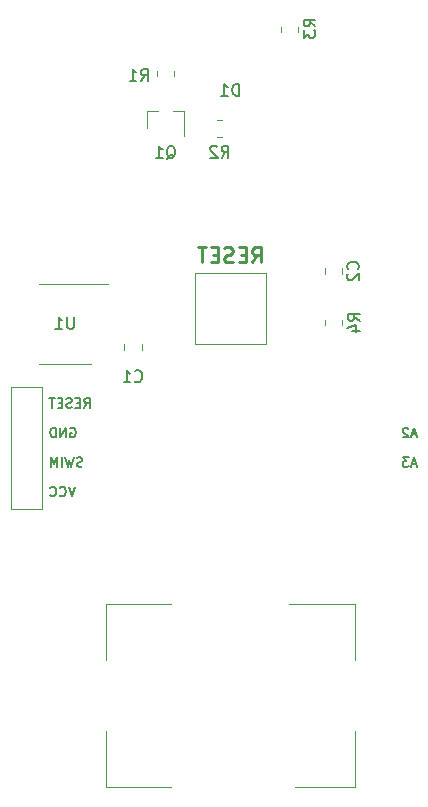
<source format=gbr>
G04 #@! TF.GenerationSoftware,KiCad,Pcbnew,(5.1.9)-1*
G04 #@! TF.CreationDate,2021-05-10T16:50:12-05:00*
G04 #@! TF.ProjectId,mini-remote,6d696e69-2d72-4656-9d6f-74652e6b6963,1*
G04 #@! TF.SameCoordinates,Original*
G04 #@! TF.FileFunction,Legend,Bot*
G04 #@! TF.FilePolarity,Positive*
%FSLAX46Y46*%
G04 Gerber Fmt 4.6, Leading zero omitted, Abs format (unit mm)*
G04 Created by KiCad (PCBNEW (5.1.9)-1) date 2021-05-10 16:50:12*
%MOMM*%
%LPD*%
G01*
G04 APERTURE LIST*
%ADD10C,0.152400*%
%ADD11C,0.254000*%
%ADD12C,0.100000*%
%ADD13C,0.120000*%
%ADD14C,0.150000*%
%ADD15R,2.100000X1.400000*%
%ADD16C,2.200000*%
%ADD17O,1.700000X1.700000*%
%ADD18C,1.700000*%
%ADD19C,17.800000*%
%ADD20R,2.500000X5.100000*%
%ADD21R,1.800000X1.800000*%
%ADD22C,1.800000*%
%ADD23R,0.800000X0.900000*%
G04 APERTURE END LIST*
D10*
X163246120Y-90385466D02*
X162859073Y-90385466D01*
X163323530Y-90617695D02*
X163052597Y-89804895D01*
X162781663Y-90617695D01*
X162588140Y-89804895D02*
X162084978Y-89804895D01*
X162355911Y-90114533D01*
X162239797Y-90114533D01*
X162162387Y-90153238D01*
X162123682Y-90191942D01*
X162084978Y-90269352D01*
X162084978Y-90462876D01*
X162123682Y-90540285D01*
X162162387Y-90578990D01*
X162239797Y-90617695D01*
X162472025Y-90617695D01*
X162549435Y-90578990D01*
X162588140Y-90540285D01*
X163246120Y-87885466D02*
X162859073Y-87885466D01*
X163323530Y-88117695D02*
X163052597Y-87304895D01*
X162781663Y-88117695D01*
X162549435Y-87382304D02*
X162510730Y-87343600D01*
X162433320Y-87304895D01*
X162239797Y-87304895D01*
X162162387Y-87343600D01*
X162123682Y-87382304D01*
X162084978Y-87459714D01*
X162084978Y-87537123D01*
X162123682Y-87653238D01*
X162588140Y-88117695D01*
X162084978Y-88117695D01*
D11*
X149344523Y-73324523D02*
X149767857Y-72719761D01*
X150070238Y-73324523D02*
X150070238Y-72054523D01*
X149586428Y-72054523D01*
X149465476Y-72115000D01*
X149405000Y-72175476D01*
X149344523Y-72296428D01*
X149344523Y-72477857D01*
X149405000Y-72598809D01*
X149465476Y-72659285D01*
X149586428Y-72719761D01*
X150070238Y-72719761D01*
X148800238Y-72659285D02*
X148376904Y-72659285D01*
X148195476Y-73324523D02*
X148800238Y-73324523D01*
X148800238Y-72054523D01*
X148195476Y-72054523D01*
X147711666Y-73264047D02*
X147530238Y-73324523D01*
X147227857Y-73324523D01*
X147106904Y-73264047D01*
X147046428Y-73203571D01*
X146985952Y-73082619D01*
X146985952Y-72961666D01*
X147046428Y-72840714D01*
X147106904Y-72780238D01*
X147227857Y-72719761D01*
X147469761Y-72659285D01*
X147590714Y-72598809D01*
X147651190Y-72538333D01*
X147711666Y-72417380D01*
X147711666Y-72296428D01*
X147651190Y-72175476D01*
X147590714Y-72115000D01*
X147469761Y-72054523D01*
X147167380Y-72054523D01*
X146985952Y-72115000D01*
X146441666Y-72659285D02*
X146018333Y-72659285D01*
X145836904Y-73324523D02*
X146441666Y-73324523D01*
X146441666Y-72054523D01*
X145836904Y-72054523D01*
X145474047Y-72054523D02*
X144748333Y-72054523D01*
X145111190Y-73324523D02*
X145111190Y-72054523D01*
D10*
X135118031Y-85617695D02*
X135388964Y-85230647D01*
X135582488Y-85617695D02*
X135582488Y-84804895D01*
X135272850Y-84804895D01*
X135195440Y-84843600D01*
X135156736Y-84882304D01*
X135118031Y-84959714D01*
X135118031Y-85075828D01*
X135156736Y-85153238D01*
X135195440Y-85191942D01*
X135272850Y-85230647D01*
X135582488Y-85230647D01*
X134769688Y-85191942D02*
X134498755Y-85191942D01*
X134382640Y-85617695D02*
X134769688Y-85617695D01*
X134769688Y-84804895D01*
X134382640Y-84804895D01*
X134073002Y-85578990D02*
X133956888Y-85617695D01*
X133763364Y-85617695D01*
X133685955Y-85578990D01*
X133647250Y-85540285D01*
X133608545Y-85462876D01*
X133608545Y-85385466D01*
X133647250Y-85308057D01*
X133685955Y-85269352D01*
X133763364Y-85230647D01*
X133918183Y-85191942D01*
X133995593Y-85153238D01*
X134034298Y-85114533D01*
X134073002Y-85037123D01*
X134073002Y-84959714D01*
X134034298Y-84882304D01*
X133995593Y-84843600D01*
X133918183Y-84804895D01*
X133724660Y-84804895D01*
X133608545Y-84843600D01*
X133260202Y-85191942D02*
X132989269Y-85191942D01*
X132873155Y-85617695D02*
X133260202Y-85617695D01*
X133260202Y-84804895D01*
X132873155Y-84804895D01*
X132640926Y-84804895D02*
X132176469Y-84804895D01*
X132408698Y-85617695D02*
X132408698Y-84804895D01*
X133956888Y-87343600D02*
X134034298Y-87304895D01*
X134150412Y-87304895D01*
X134266526Y-87343600D01*
X134343936Y-87421009D01*
X134382640Y-87498419D01*
X134421345Y-87653238D01*
X134421345Y-87769352D01*
X134382640Y-87924171D01*
X134343936Y-88001580D01*
X134266526Y-88078990D01*
X134150412Y-88117695D01*
X134073002Y-88117695D01*
X133956888Y-88078990D01*
X133918183Y-88040285D01*
X133918183Y-87769352D01*
X134073002Y-87769352D01*
X133569840Y-88117695D02*
X133569840Y-87304895D01*
X133105383Y-88117695D01*
X133105383Y-87304895D01*
X132718336Y-88117695D02*
X132718336Y-87304895D01*
X132524812Y-87304895D01*
X132408698Y-87343600D01*
X132331288Y-87421009D01*
X132292583Y-87498419D01*
X132253879Y-87653238D01*
X132253879Y-87769352D01*
X132292583Y-87924171D01*
X132331288Y-88001580D01*
X132408698Y-88078990D01*
X132524812Y-88117695D01*
X132718336Y-88117695D01*
X134963212Y-90578990D02*
X134847098Y-90617695D01*
X134653574Y-90617695D01*
X134576164Y-90578990D01*
X134537460Y-90540285D01*
X134498755Y-90462876D01*
X134498755Y-90385466D01*
X134537460Y-90308057D01*
X134576164Y-90269352D01*
X134653574Y-90230647D01*
X134808393Y-90191942D01*
X134885802Y-90153238D01*
X134924507Y-90114533D01*
X134963212Y-90037123D01*
X134963212Y-89959714D01*
X134924507Y-89882304D01*
X134885802Y-89843600D01*
X134808393Y-89804895D01*
X134614869Y-89804895D01*
X134498755Y-89843600D01*
X134227821Y-89804895D02*
X134034298Y-90617695D01*
X133879479Y-90037123D01*
X133724660Y-90617695D01*
X133531136Y-89804895D01*
X133221498Y-90617695D02*
X133221498Y-89804895D01*
X132834450Y-90617695D02*
X132834450Y-89804895D01*
X132563517Y-90385466D01*
X132292583Y-89804895D01*
X132292583Y-90617695D01*
X134343936Y-92304895D02*
X134073002Y-93117695D01*
X133802069Y-92304895D01*
X133066679Y-93040285D02*
X133105383Y-93078990D01*
X133221498Y-93117695D01*
X133298907Y-93117695D01*
X133415021Y-93078990D01*
X133492431Y-93001580D01*
X133531136Y-92924171D01*
X133569840Y-92769352D01*
X133569840Y-92653238D01*
X133531136Y-92498419D01*
X133492431Y-92421009D01*
X133415021Y-92343600D01*
X133298907Y-92304895D01*
X133221498Y-92304895D01*
X133105383Y-92343600D01*
X133066679Y-92382304D01*
X132253879Y-93040285D02*
X132292583Y-93078990D01*
X132408698Y-93117695D01*
X132486107Y-93117695D01*
X132602221Y-93078990D01*
X132679631Y-93001580D01*
X132718336Y-92924171D01*
X132757040Y-92769352D01*
X132757040Y-92653238D01*
X132718336Y-92498419D01*
X132679631Y-92421009D01*
X132602221Y-92343600D01*
X132486107Y-92304895D01*
X132408698Y-92304895D01*
X132292583Y-92343600D01*
X132253879Y-92382304D01*
D12*
X144500000Y-74250000D02*
X144500000Y-80250000D01*
X150500000Y-74250000D02*
X144500000Y-74250000D01*
X150500000Y-80250000D02*
X150500000Y-74250000D01*
X144500000Y-80250000D02*
X150500000Y-80250000D01*
D13*
X146814564Y-61265000D02*
X146360436Y-61265000D01*
X146814564Y-62735000D02*
X146360436Y-62735000D01*
X131580000Y-94160000D02*
X131580000Y-91560000D01*
X128920000Y-94160000D02*
X131580000Y-94160000D01*
X128920000Y-91560000D02*
X128920000Y-92830000D01*
X128920000Y-92830000D02*
X128920000Y-94160000D01*
X131580000Y-91560000D02*
X131580000Y-83880000D01*
X128920000Y-91560000D02*
X128920000Y-83880000D01*
X128920000Y-83880000D02*
X131580000Y-83880000D01*
D12*
X158050000Y-107000000D02*
X158050000Y-102250000D01*
X158050000Y-102250000D02*
X152500000Y-102250000D01*
X158050000Y-113000000D02*
X158050000Y-117750000D01*
X158050000Y-117750000D02*
X153000000Y-117750000D01*
X142500000Y-102250000D02*
X136950000Y-102250000D01*
X136950000Y-102250000D02*
X136950000Y-107000000D01*
X142500000Y-117750000D02*
X136950000Y-117750000D01*
X136950000Y-117750000D02*
X136950000Y-113000000D01*
D13*
X151765000Y-53360436D02*
X151765000Y-53814564D01*
X153235000Y-53360436D02*
X153235000Y-53814564D01*
X156985000Y-78639564D02*
X156985000Y-78185436D01*
X155515000Y-78639564D02*
X155515000Y-78185436D01*
X133500000Y-81885000D02*
X131300000Y-81885000D01*
X133500000Y-81885000D02*
X135700000Y-81885000D01*
X133500000Y-75115000D02*
X131300000Y-75115000D01*
X133500000Y-75115000D02*
X137100000Y-75115000D01*
X142735000Y-57564564D02*
X142735000Y-57110436D01*
X141265000Y-57564564D02*
X141265000Y-57110436D01*
X140420000Y-60490000D02*
X141350000Y-60490000D01*
X143580000Y-60490000D02*
X142650000Y-60490000D01*
X143580000Y-60490000D02*
X143580000Y-62650000D01*
X140420000Y-60490000D02*
X140420000Y-61950000D01*
X155515000Y-74311252D02*
X155515000Y-73788748D01*
X156985000Y-74311252D02*
X156985000Y-73788748D01*
X139985000Y-80711252D02*
X139985000Y-80188748D01*
X138515000Y-80711252D02*
X138515000Y-80188748D01*
D14*
X146754166Y-64452380D02*
X147087500Y-63976190D01*
X147325595Y-64452380D02*
X147325595Y-63452380D01*
X146944642Y-63452380D01*
X146849404Y-63500000D01*
X146801785Y-63547619D01*
X146754166Y-63642857D01*
X146754166Y-63785714D01*
X146801785Y-63880952D01*
X146849404Y-63928571D01*
X146944642Y-63976190D01*
X147325595Y-63976190D01*
X146373214Y-63547619D02*
X146325595Y-63500000D01*
X146230357Y-63452380D01*
X145992261Y-63452380D01*
X145897023Y-63500000D01*
X145849404Y-63547619D01*
X145801785Y-63642857D01*
X145801785Y-63738095D01*
X145849404Y-63880952D01*
X146420833Y-64452380D01*
X145801785Y-64452380D01*
X148238095Y-59202380D02*
X148238095Y-58202380D01*
X148000000Y-58202380D01*
X147857142Y-58250000D01*
X147761904Y-58345238D01*
X147714285Y-58440476D01*
X147666666Y-58630952D01*
X147666666Y-58773809D01*
X147714285Y-58964285D01*
X147761904Y-59059523D01*
X147857142Y-59154761D01*
X148000000Y-59202380D01*
X148238095Y-59202380D01*
X146714285Y-59202380D02*
X147285714Y-59202380D01*
X147000000Y-59202380D02*
X147000000Y-58202380D01*
X147095238Y-58345238D01*
X147190476Y-58440476D01*
X147285714Y-58488095D01*
X154702380Y-53333333D02*
X154226190Y-53000000D01*
X154702380Y-52761904D02*
X153702380Y-52761904D01*
X153702380Y-53142857D01*
X153750000Y-53238095D01*
X153797619Y-53285714D01*
X153892857Y-53333333D01*
X154035714Y-53333333D01*
X154130952Y-53285714D01*
X154178571Y-53238095D01*
X154226190Y-53142857D01*
X154226190Y-52761904D01*
X153702380Y-53666666D02*
X153702380Y-54285714D01*
X154083333Y-53952380D01*
X154083333Y-54095238D01*
X154130952Y-54190476D01*
X154178571Y-54238095D01*
X154273809Y-54285714D01*
X154511904Y-54285714D01*
X154607142Y-54238095D01*
X154654761Y-54190476D01*
X154702380Y-54095238D01*
X154702380Y-53809523D01*
X154654761Y-53714285D01*
X154607142Y-53666666D01*
X158452380Y-78245833D02*
X157976190Y-77912500D01*
X158452380Y-77674404D02*
X157452380Y-77674404D01*
X157452380Y-78055357D01*
X157500000Y-78150595D01*
X157547619Y-78198214D01*
X157642857Y-78245833D01*
X157785714Y-78245833D01*
X157880952Y-78198214D01*
X157928571Y-78150595D01*
X157976190Y-78055357D01*
X157976190Y-77674404D01*
X157785714Y-79102976D02*
X158452380Y-79102976D01*
X157404761Y-78864880D02*
X158119047Y-78626785D01*
X158119047Y-79245833D01*
X134261904Y-77952380D02*
X134261904Y-78761904D01*
X134214285Y-78857142D01*
X134166666Y-78904761D01*
X134071428Y-78952380D01*
X133880952Y-78952380D01*
X133785714Y-78904761D01*
X133738095Y-78857142D01*
X133690476Y-78761904D01*
X133690476Y-77952380D01*
X132690476Y-78952380D02*
X133261904Y-78952380D01*
X132976190Y-78952380D02*
X132976190Y-77952380D01*
X133071428Y-78095238D01*
X133166666Y-78190476D01*
X133261904Y-78238095D01*
X139916666Y-57952380D02*
X140250000Y-57476190D01*
X140488095Y-57952380D02*
X140488095Y-56952380D01*
X140107142Y-56952380D01*
X140011904Y-57000000D01*
X139964285Y-57047619D01*
X139916666Y-57142857D01*
X139916666Y-57285714D01*
X139964285Y-57380952D01*
X140011904Y-57428571D01*
X140107142Y-57476190D01*
X140488095Y-57476190D01*
X138964285Y-57952380D02*
X139535714Y-57952380D01*
X139250000Y-57952380D02*
X139250000Y-56952380D01*
X139345238Y-57095238D01*
X139440476Y-57190476D01*
X139535714Y-57238095D01*
X142095238Y-64547619D02*
X142190476Y-64500000D01*
X142285714Y-64404761D01*
X142428571Y-64261904D01*
X142523809Y-64214285D01*
X142619047Y-64214285D01*
X142571428Y-64452380D02*
X142666666Y-64404761D01*
X142761904Y-64309523D01*
X142809523Y-64119047D01*
X142809523Y-63785714D01*
X142761904Y-63595238D01*
X142666666Y-63500000D01*
X142571428Y-63452380D01*
X142380952Y-63452380D01*
X142285714Y-63500000D01*
X142190476Y-63595238D01*
X142142857Y-63785714D01*
X142142857Y-64119047D01*
X142190476Y-64309523D01*
X142285714Y-64404761D01*
X142380952Y-64452380D01*
X142571428Y-64452380D01*
X141190476Y-64452380D02*
X141761904Y-64452380D01*
X141476190Y-64452380D02*
X141476190Y-63452380D01*
X141571428Y-63595238D01*
X141666666Y-63690476D01*
X141761904Y-63738095D01*
X158287142Y-73883333D02*
X158334761Y-73835714D01*
X158382380Y-73692857D01*
X158382380Y-73597619D01*
X158334761Y-73454761D01*
X158239523Y-73359523D01*
X158144285Y-73311904D01*
X157953809Y-73264285D01*
X157810952Y-73264285D01*
X157620476Y-73311904D01*
X157525238Y-73359523D01*
X157430000Y-73454761D01*
X157382380Y-73597619D01*
X157382380Y-73692857D01*
X157430000Y-73835714D01*
X157477619Y-73883333D01*
X157477619Y-74264285D02*
X157430000Y-74311904D01*
X157382380Y-74407142D01*
X157382380Y-74645238D01*
X157430000Y-74740476D01*
X157477619Y-74788095D01*
X157572857Y-74835714D01*
X157668095Y-74835714D01*
X157810952Y-74788095D01*
X158382380Y-74216666D01*
X158382380Y-74835714D01*
X139416666Y-83357142D02*
X139464285Y-83404761D01*
X139607142Y-83452380D01*
X139702380Y-83452380D01*
X139845238Y-83404761D01*
X139940476Y-83309523D01*
X139988095Y-83214285D01*
X140035714Y-83023809D01*
X140035714Y-82880952D01*
X139988095Y-82690476D01*
X139940476Y-82595238D01*
X139845238Y-82500000D01*
X139702380Y-82452380D01*
X139607142Y-82452380D01*
X139464285Y-82500000D01*
X139416666Y-82547619D01*
X138464285Y-83452380D02*
X139035714Y-83452380D01*
X138750000Y-83452380D02*
X138750000Y-82452380D01*
X138845238Y-82595238D01*
X138940476Y-82690476D01*
X139035714Y-82738095D01*
%LPC*%
D15*
X152050000Y-75000000D03*
X142950000Y-75000000D03*
X152050000Y-79500000D03*
X142950000Y-79500000D03*
D16*
X147500000Y-95750000D03*
G36*
G01*
X146187500Y-61549999D02*
X146187500Y-62450001D01*
G75*
G02*
X145937501Y-62700000I-249999J0D01*
G01*
X145412499Y-62700000D01*
G75*
G02*
X145162500Y-62450001I0J249999D01*
G01*
X145162500Y-61549999D01*
G75*
G02*
X145412499Y-61300000I249999J0D01*
G01*
X145937501Y-61300000D01*
G75*
G02*
X146187500Y-61549999I0J-249999D01*
G01*
G37*
G36*
G01*
X148012500Y-61549999D02*
X148012500Y-62450001D01*
G75*
G02*
X147762501Y-62700000I-249999J0D01*
G01*
X147237499Y-62700000D01*
G75*
G02*
X146987500Y-62450001I0J249999D01*
G01*
X146987500Y-61549999D01*
G75*
G02*
X147237499Y-61300000I249999J0D01*
G01*
X147762501Y-61300000D01*
G75*
G02*
X148012500Y-61549999I0J-249999D01*
G01*
G37*
D17*
X164750000Y-90290000D03*
D18*
X164750000Y-87750000D03*
X130250000Y-92830000D03*
D17*
X130250000Y-90290000D03*
X130250000Y-87750000D03*
X130250000Y-85210000D03*
D19*
X147500000Y-110000000D03*
D20*
X158950000Y-110000000D03*
X136050000Y-110000000D03*
D21*
X148750000Y-56500000D03*
D22*
X146210000Y-56500000D03*
G36*
G01*
X152049999Y-53987500D02*
X152950001Y-53987500D01*
G75*
G02*
X153200000Y-54237499I0J-249999D01*
G01*
X153200000Y-54762501D01*
G75*
G02*
X152950001Y-55012500I-249999J0D01*
G01*
X152049999Y-55012500D01*
G75*
G02*
X151800000Y-54762501I0J249999D01*
G01*
X151800000Y-54237499D01*
G75*
G02*
X152049999Y-53987500I249999J0D01*
G01*
G37*
G36*
G01*
X152049999Y-52162500D02*
X152950001Y-52162500D01*
G75*
G02*
X153200000Y-52412499I0J-249999D01*
G01*
X153200000Y-52937501D01*
G75*
G02*
X152950001Y-53187500I-249999J0D01*
G01*
X152049999Y-53187500D01*
G75*
G02*
X151800000Y-52937501I0J249999D01*
G01*
X151800000Y-52412499D01*
G75*
G02*
X152049999Y-52162500I249999J0D01*
G01*
G37*
G36*
G01*
X156700001Y-79837500D02*
X155799999Y-79837500D01*
G75*
G02*
X155550000Y-79587501I0J249999D01*
G01*
X155550000Y-79062499D01*
G75*
G02*
X155799999Y-78812500I249999J0D01*
G01*
X156700001Y-78812500D01*
G75*
G02*
X156950000Y-79062499I0J-249999D01*
G01*
X156950000Y-79587501D01*
G75*
G02*
X156700001Y-79837500I-249999J0D01*
G01*
G37*
G36*
G01*
X156700001Y-78012500D02*
X155799999Y-78012500D01*
G75*
G02*
X155550000Y-77762501I0J249999D01*
G01*
X155550000Y-77237499D01*
G75*
G02*
X155799999Y-76987500I249999J0D01*
G01*
X156700001Y-76987500D01*
G75*
G02*
X156950000Y-77237499I0J-249999D01*
G01*
X156950000Y-77762501D01*
G75*
G02*
X156700001Y-78012500I-249999J0D01*
G01*
G37*
D16*
X129500000Y-136250000D03*
X165500000Y-136250000D03*
X165500000Y-61250000D03*
X129500000Y-61250000D03*
D22*
X148790000Y-52500000D03*
D21*
X146250000Y-52500000D03*
G36*
G01*
X131375000Y-75475000D02*
X131375000Y-75675000D01*
G75*
G02*
X131275000Y-75775000I-100000J0D01*
G01*
X130000000Y-75775000D01*
G75*
G02*
X129900000Y-75675000I0J100000D01*
G01*
X129900000Y-75475000D01*
G75*
G02*
X130000000Y-75375000I100000J0D01*
G01*
X131275000Y-75375000D01*
G75*
G02*
X131375000Y-75475000I0J-100000D01*
G01*
G37*
G36*
G01*
X131375000Y-76125000D02*
X131375000Y-76325000D01*
G75*
G02*
X131275000Y-76425000I-100000J0D01*
G01*
X130000000Y-76425000D01*
G75*
G02*
X129900000Y-76325000I0J100000D01*
G01*
X129900000Y-76125000D01*
G75*
G02*
X130000000Y-76025000I100000J0D01*
G01*
X131275000Y-76025000D01*
G75*
G02*
X131375000Y-76125000I0J-100000D01*
G01*
G37*
G36*
G01*
X131375000Y-76775000D02*
X131375000Y-76975000D01*
G75*
G02*
X131275000Y-77075000I-100000J0D01*
G01*
X130000000Y-77075000D01*
G75*
G02*
X129900000Y-76975000I0J100000D01*
G01*
X129900000Y-76775000D01*
G75*
G02*
X130000000Y-76675000I100000J0D01*
G01*
X131275000Y-76675000D01*
G75*
G02*
X131375000Y-76775000I0J-100000D01*
G01*
G37*
G36*
G01*
X131375000Y-77425000D02*
X131375000Y-77625000D01*
G75*
G02*
X131275000Y-77725000I-100000J0D01*
G01*
X130000000Y-77725000D01*
G75*
G02*
X129900000Y-77625000I0J100000D01*
G01*
X129900000Y-77425000D01*
G75*
G02*
X130000000Y-77325000I100000J0D01*
G01*
X131275000Y-77325000D01*
G75*
G02*
X131375000Y-77425000I0J-100000D01*
G01*
G37*
G36*
G01*
X131375000Y-78075000D02*
X131375000Y-78275000D01*
G75*
G02*
X131275000Y-78375000I-100000J0D01*
G01*
X130000000Y-78375000D01*
G75*
G02*
X129900000Y-78275000I0J100000D01*
G01*
X129900000Y-78075000D01*
G75*
G02*
X130000000Y-77975000I100000J0D01*
G01*
X131275000Y-77975000D01*
G75*
G02*
X131375000Y-78075000I0J-100000D01*
G01*
G37*
G36*
G01*
X131375000Y-78725000D02*
X131375000Y-78925000D01*
G75*
G02*
X131275000Y-79025000I-100000J0D01*
G01*
X130000000Y-79025000D01*
G75*
G02*
X129900000Y-78925000I0J100000D01*
G01*
X129900000Y-78725000D01*
G75*
G02*
X130000000Y-78625000I100000J0D01*
G01*
X131275000Y-78625000D01*
G75*
G02*
X131375000Y-78725000I0J-100000D01*
G01*
G37*
G36*
G01*
X131375000Y-79375000D02*
X131375000Y-79575000D01*
G75*
G02*
X131275000Y-79675000I-100000J0D01*
G01*
X130000000Y-79675000D01*
G75*
G02*
X129900000Y-79575000I0J100000D01*
G01*
X129900000Y-79375000D01*
G75*
G02*
X130000000Y-79275000I100000J0D01*
G01*
X131275000Y-79275000D01*
G75*
G02*
X131375000Y-79375000I0J-100000D01*
G01*
G37*
G36*
G01*
X131375000Y-80025000D02*
X131375000Y-80225000D01*
G75*
G02*
X131275000Y-80325000I-100000J0D01*
G01*
X130000000Y-80325000D01*
G75*
G02*
X129900000Y-80225000I0J100000D01*
G01*
X129900000Y-80025000D01*
G75*
G02*
X130000000Y-79925000I100000J0D01*
G01*
X131275000Y-79925000D01*
G75*
G02*
X131375000Y-80025000I0J-100000D01*
G01*
G37*
G36*
G01*
X131375000Y-80675000D02*
X131375000Y-80875000D01*
G75*
G02*
X131275000Y-80975000I-100000J0D01*
G01*
X130000000Y-80975000D01*
G75*
G02*
X129900000Y-80875000I0J100000D01*
G01*
X129900000Y-80675000D01*
G75*
G02*
X130000000Y-80575000I100000J0D01*
G01*
X131275000Y-80575000D01*
G75*
G02*
X131375000Y-80675000I0J-100000D01*
G01*
G37*
G36*
G01*
X131375000Y-81325000D02*
X131375000Y-81525000D01*
G75*
G02*
X131275000Y-81625000I-100000J0D01*
G01*
X130000000Y-81625000D01*
G75*
G02*
X129900000Y-81525000I0J100000D01*
G01*
X129900000Y-81325000D01*
G75*
G02*
X130000000Y-81225000I100000J0D01*
G01*
X131275000Y-81225000D01*
G75*
G02*
X131375000Y-81325000I0J-100000D01*
G01*
G37*
G36*
G01*
X137100000Y-81325000D02*
X137100000Y-81525000D01*
G75*
G02*
X137000000Y-81625000I-100000J0D01*
G01*
X135725000Y-81625000D01*
G75*
G02*
X135625000Y-81525000I0J100000D01*
G01*
X135625000Y-81325000D01*
G75*
G02*
X135725000Y-81225000I100000J0D01*
G01*
X137000000Y-81225000D01*
G75*
G02*
X137100000Y-81325000I0J-100000D01*
G01*
G37*
G36*
G01*
X137100000Y-80675000D02*
X137100000Y-80875000D01*
G75*
G02*
X137000000Y-80975000I-100000J0D01*
G01*
X135725000Y-80975000D01*
G75*
G02*
X135625000Y-80875000I0J100000D01*
G01*
X135625000Y-80675000D01*
G75*
G02*
X135725000Y-80575000I100000J0D01*
G01*
X137000000Y-80575000D01*
G75*
G02*
X137100000Y-80675000I0J-100000D01*
G01*
G37*
G36*
G01*
X137100000Y-80025000D02*
X137100000Y-80225000D01*
G75*
G02*
X137000000Y-80325000I-100000J0D01*
G01*
X135725000Y-80325000D01*
G75*
G02*
X135625000Y-80225000I0J100000D01*
G01*
X135625000Y-80025000D01*
G75*
G02*
X135725000Y-79925000I100000J0D01*
G01*
X137000000Y-79925000D01*
G75*
G02*
X137100000Y-80025000I0J-100000D01*
G01*
G37*
G36*
G01*
X137100000Y-79375000D02*
X137100000Y-79575000D01*
G75*
G02*
X137000000Y-79675000I-100000J0D01*
G01*
X135725000Y-79675000D01*
G75*
G02*
X135625000Y-79575000I0J100000D01*
G01*
X135625000Y-79375000D01*
G75*
G02*
X135725000Y-79275000I100000J0D01*
G01*
X137000000Y-79275000D01*
G75*
G02*
X137100000Y-79375000I0J-100000D01*
G01*
G37*
G36*
G01*
X137100000Y-78725000D02*
X137100000Y-78925000D01*
G75*
G02*
X137000000Y-79025000I-100000J0D01*
G01*
X135725000Y-79025000D01*
G75*
G02*
X135625000Y-78925000I0J100000D01*
G01*
X135625000Y-78725000D01*
G75*
G02*
X135725000Y-78625000I100000J0D01*
G01*
X137000000Y-78625000D01*
G75*
G02*
X137100000Y-78725000I0J-100000D01*
G01*
G37*
G36*
G01*
X137100000Y-78075000D02*
X137100000Y-78275000D01*
G75*
G02*
X137000000Y-78375000I-100000J0D01*
G01*
X135725000Y-78375000D01*
G75*
G02*
X135625000Y-78275000I0J100000D01*
G01*
X135625000Y-78075000D01*
G75*
G02*
X135725000Y-77975000I100000J0D01*
G01*
X137000000Y-77975000D01*
G75*
G02*
X137100000Y-78075000I0J-100000D01*
G01*
G37*
G36*
G01*
X137100000Y-77425000D02*
X137100000Y-77625000D01*
G75*
G02*
X137000000Y-77725000I-100000J0D01*
G01*
X135725000Y-77725000D01*
G75*
G02*
X135625000Y-77625000I0J100000D01*
G01*
X135625000Y-77425000D01*
G75*
G02*
X135725000Y-77325000I100000J0D01*
G01*
X137000000Y-77325000D01*
G75*
G02*
X137100000Y-77425000I0J-100000D01*
G01*
G37*
G36*
G01*
X137100000Y-76775000D02*
X137100000Y-76975000D01*
G75*
G02*
X137000000Y-77075000I-100000J0D01*
G01*
X135725000Y-77075000D01*
G75*
G02*
X135625000Y-76975000I0J100000D01*
G01*
X135625000Y-76775000D01*
G75*
G02*
X135725000Y-76675000I100000J0D01*
G01*
X137000000Y-76675000D01*
G75*
G02*
X137100000Y-76775000I0J-100000D01*
G01*
G37*
G36*
G01*
X137100000Y-76125000D02*
X137100000Y-76325000D01*
G75*
G02*
X137000000Y-76425000I-100000J0D01*
G01*
X135725000Y-76425000D01*
G75*
G02*
X135625000Y-76325000I0J100000D01*
G01*
X135625000Y-76125000D01*
G75*
G02*
X135725000Y-76025000I100000J0D01*
G01*
X137000000Y-76025000D01*
G75*
G02*
X137100000Y-76125000I0J-100000D01*
G01*
G37*
G36*
G01*
X137100000Y-75475000D02*
X137100000Y-75675000D01*
G75*
G02*
X137000000Y-75775000I-100000J0D01*
G01*
X135725000Y-75775000D01*
G75*
G02*
X135625000Y-75675000I0J100000D01*
G01*
X135625000Y-75475000D01*
G75*
G02*
X135725000Y-75375000I100000J0D01*
G01*
X137000000Y-75375000D01*
G75*
G02*
X137100000Y-75475000I0J-100000D01*
G01*
G37*
G36*
G01*
X142450001Y-56937500D02*
X141549999Y-56937500D01*
G75*
G02*
X141300000Y-56687501I0J249999D01*
G01*
X141300000Y-56162499D01*
G75*
G02*
X141549999Y-55912500I249999J0D01*
G01*
X142450001Y-55912500D01*
G75*
G02*
X142700000Y-56162499I0J-249999D01*
G01*
X142700000Y-56687501D01*
G75*
G02*
X142450001Y-56937500I-249999J0D01*
G01*
G37*
G36*
G01*
X142450001Y-58762500D02*
X141549999Y-58762500D01*
G75*
G02*
X141300000Y-58512501I0J249999D01*
G01*
X141300000Y-57987499D01*
G75*
G02*
X141549999Y-57737500I249999J0D01*
G01*
X142450001Y-57737500D01*
G75*
G02*
X142700000Y-57987499I0J-249999D01*
G01*
X142700000Y-58512501D01*
G75*
G02*
X142450001Y-58762500I-249999J0D01*
G01*
G37*
D23*
X142000000Y-60250000D03*
X141050000Y-62250000D03*
X142950000Y-62250000D03*
G36*
G01*
X156725000Y-75500000D02*
X155775000Y-75500000D01*
G75*
G02*
X155525000Y-75250000I0J250000D01*
G01*
X155525000Y-74750000D01*
G75*
G02*
X155775000Y-74500000I250000J0D01*
G01*
X156725000Y-74500000D01*
G75*
G02*
X156975000Y-74750000I0J-250000D01*
G01*
X156975000Y-75250000D01*
G75*
G02*
X156725000Y-75500000I-250000J0D01*
G01*
G37*
G36*
G01*
X156725000Y-73600000D02*
X155775000Y-73600000D01*
G75*
G02*
X155525000Y-73350000I0J250000D01*
G01*
X155525000Y-72850000D01*
G75*
G02*
X155775000Y-72600000I250000J0D01*
G01*
X156725000Y-72600000D01*
G75*
G02*
X156975000Y-72850000I0J-250000D01*
G01*
X156975000Y-73350000D01*
G75*
G02*
X156725000Y-73600000I-250000J0D01*
G01*
G37*
G36*
G01*
X139725000Y-80000000D02*
X138775000Y-80000000D01*
G75*
G02*
X138525000Y-79750000I0J250000D01*
G01*
X138525000Y-79250000D01*
G75*
G02*
X138775000Y-79000000I250000J0D01*
G01*
X139725000Y-79000000D01*
G75*
G02*
X139975000Y-79250000I0J-250000D01*
G01*
X139975000Y-79750000D01*
G75*
G02*
X139725000Y-80000000I-250000J0D01*
G01*
G37*
G36*
G01*
X139725000Y-81900000D02*
X138775000Y-81900000D01*
G75*
G02*
X138525000Y-81650000I0J250000D01*
G01*
X138525000Y-81150000D01*
G75*
G02*
X138775000Y-80900000I250000J0D01*
G01*
X139725000Y-80900000D01*
G75*
G02*
X139975000Y-81150000I0J-250000D01*
G01*
X139975000Y-81650000D01*
G75*
G02*
X139725000Y-81900000I-250000J0D01*
G01*
G37*
M02*

</source>
